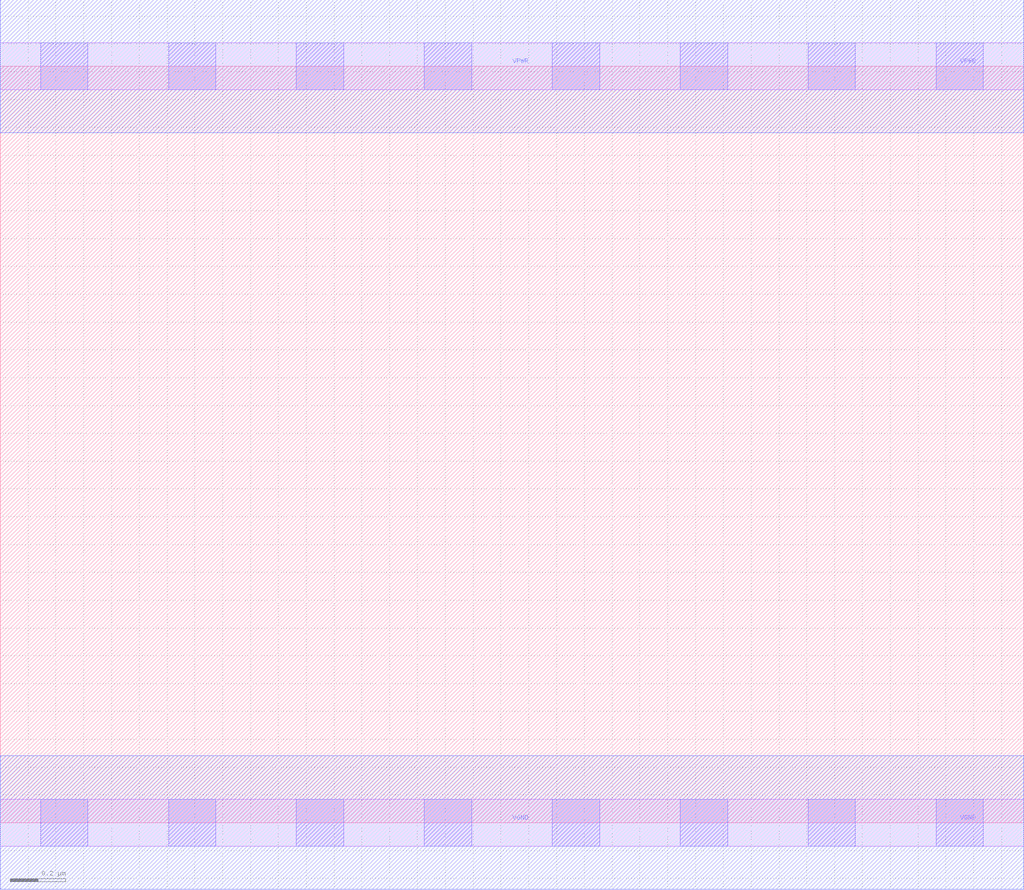
<source format=lef>
# Copyright 2020 The SkyWater PDK Authors
#
# Licensed under the Apache License, Version 2.0 (the "License");
# you may not use this file except in compliance with the License.
# You may obtain a copy of the License at
#
#     https://www.apache.org/licenses/LICENSE-2.0
#
# Unless required by applicable law or agreed to in writing, software
# distributed under the License is distributed on an "AS IS" BASIS,
# WITHOUT WARRANTIES OR CONDITIONS OF ANY KIND, either express or implied.
# See the License for the specific language governing permissions and
# limitations under the License.
#
# SPDX-License-Identifier: Apache-2.0

VERSION 5.7 ;
  NAMESCASESENSITIVE ON ;
  NOWIREEXTENSIONATPIN ON ;
  DIVIDERCHAR "/" ;
  BUSBITCHARS "[]" ;
UNITS
  DATABASE MICRONS 200 ;
END UNITS
MACRO sky130_fd_sc_hd__fill_8
  CLASS CORE ;
  SOURCE USER ;
  FOREIGN sky130_fd_sc_hd__fill_8 ;
  ORIGIN  0.000000  0.000000 ;
  SIZE  3.680000 BY  2.720000 ;
  SYMMETRY X Y R90 ;
  SITE unithd ;
  PIN VGND
    DIRECTION INOUT ;
    SHAPE ABUTMENT ;
    USE GROUND ;
    PORT
      LAYER li1 ;
        RECT 0.000000 -0.085000 3.680000 0.085000 ;
      LAYER mcon ;
        RECT 0.145000 -0.085000 0.315000 0.085000 ;
        RECT 0.605000 -0.085000 0.775000 0.085000 ;
        RECT 1.065000 -0.085000 1.235000 0.085000 ;
        RECT 1.525000 -0.085000 1.695000 0.085000 ;
        RECT 1.985000 -0.085000 2.155000 0.085000 ;
        RECT 2.445000 -0.085000 2.615000 0.085000 ;
        RECT 2.905000 -0.085000 3.075000 0.085000 ;
        RECT 3.365000 -0.085000 3.535000 0.085000 ;
      LAYER met1 ;
        RECT 0.000000 -0.240000 3.680000 0.240000 ;
    END
  END VGND
  PIN VPWR
    DIRECTION INOUT ;
    SHAPE ABUTMENT ;
    USE POWER ;
    PORT
      LAYER li1 ;
        RECT 0.000000 2.635000 3.680000 2.805000 ;
      LAYER mcon ;
        RECT 0.145000 2.635000 0.315000 2.805000 ;
        RECT 0.605000 2.635000 0.775000 2.805000 ;
        RECT 1.065000 2.635000 1.235000 2.805000 ;
        RECT 1.525000 2.635000 1.695000 2.805000 ;
        RECT 1.985000 2.635000 2.155000 2.805000 ;
        RECT 2.445000 2.635000 2.615000 2.805000 ;
        RECT 2.905000 2.635000 3.075000 2.805000 ;
        RECT 3.365000 2.635000 3.535000 2.805000 ;
      LAYER met1 ;
        RECT 0.000000 2.480000 3.680000 2.960000 ;
    END
  END VPWR
END sky130_fd_sc_hd__fill_8

</source>
